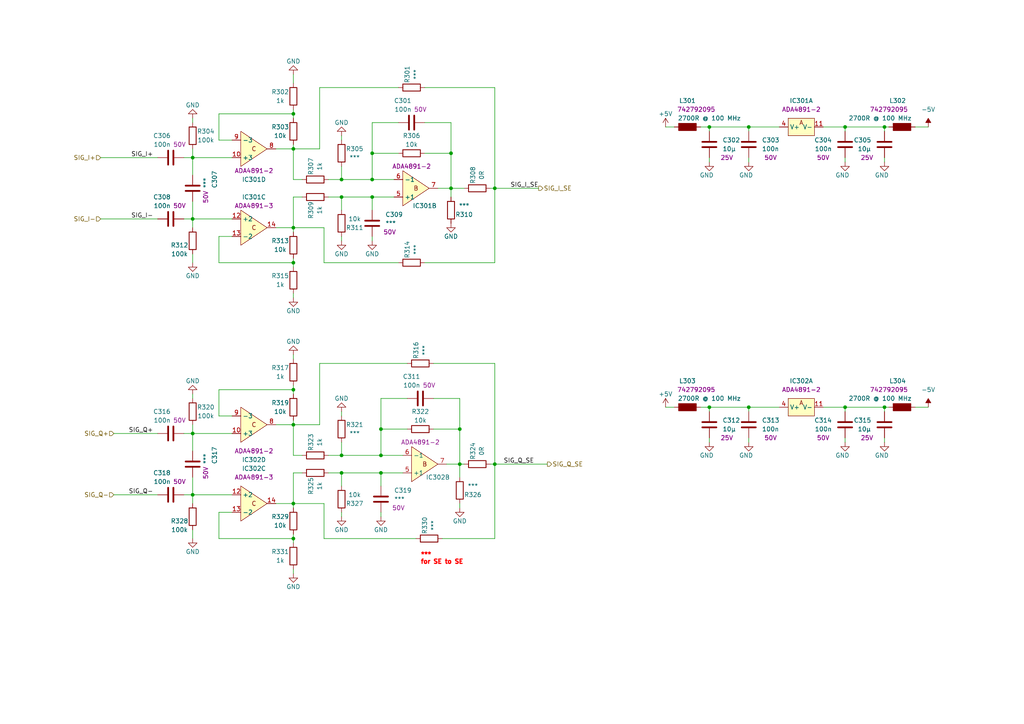
<source format=kicad_sch>
(kicad_sch (version 20231120) (generator "eeschema") (generator_version "8.0")
  (paper "A4")
  (title_block (rev "2") (company "BestSens AG"))
  (lib_symbols
    (symbol "ADA4891-3_1"
      (property "Reference" "IC" (at 0 10.16 0))
      (property "Part Number" "ADA4891-3" (at 0 7.62 0))
      (symbol "ADA4891-3_1_1_1"
        (rectangle (start -3.81 2.54) (end 3.81 -2.54) (fill (type background)))
        (text "A" (at 0 1.27 0) (effects (font (size 1.27 1.27))))
        (pin power_in line (at 6.35 0 180) (length 2.54) (name "V-") (number "11"))
        (pin power_in line (at -6.35 0 0) (length 2.54) (name "V+") (number "4"))
      )
      (symbol "ADA4891-3_1_2_1"
        (polyline (pts (xy -3.81 5.08) (xy -3.81 -5.08) (xy 3.81 0) (xy -3.81 5.08)) (fill (type background)))
        (text "B" (at 0 0 0) (effects (font (size 1.27 1.27))))
        (pin passive line (at -6.35 2.54 0) (length 2.54) (name "+1") (number "5"))
        (pin passive line (at -6.35 -2.54 0) (length 2.54) (name "-1") (number "6"))
        (pin passive line (at 6.35 0 180) (length 2.54) (name "") (number "7"))
      )
      (symbol "ADA4891-3_1_3_1"
        (polyline (pts (xy -3.81 5.08) (xy -3.81 -5.08) (xy 3.81 0) (xy -3.81 5.08)) (fill (type background)))
        (text "C" (at 0 0 0) (effects (font (size 1.27 1.27))))
        (pin input line (at -6.35 2.54 0) (length 2.54) (name "+2") (number "12"))
        (pin input line (at -6.35 -2.54 0) (length 2.54) (name "-2") (number "13"))
        (pin output line (at 6.35 0 180) (length 2.54) (name "") (number "14"))
      )
      (symbol "ADA4891-3_1_4_1"
        (polyline (pts (xy -3.81 5.08) (xy -3.81 -5.08) (xy 3.81 0) (xy -3.81 5.08)) (fill (type background)))
        (text "C" (at 0 0 0) (effects (font (size 1.27 1.27))))
        (pin input line (at -6.35 2.54 0) (length 2.54) (name "+3") (number "10"))
        (pin output line (at 6.35 0 180) (length 2.54) (name "") (number "8"))
        (pin input line (at -6.35 -2.54 0) (length 2.54) (name "-3") (number "9"))
      )
    )
    (symbol "ADA4891-3_2"
      (property "Reference" "IC" (at 0 10.16 0))
      (property "Part Number" "ADA4891-3" (at 0 7.62 0))
      (symbol "ADA4891-3_2_1_1"
        (rectangle (start -3.81 2.54) (end 3.81 -2.54) (fill (type background)))
        (text "A" (at 0 1.27 0) (effects (font (size 1.27 1.27))))
        (pin power_in line (at 6.35 0 180) (length 2.54) (name "V-") (number "11"))
        (pin power_in line (at -6.35 0 0) (length 2.54) (name "V+") (number "4"))
      )
      (symbol "ADA4891-3_2_2_1"
        (polyline (pts (xy -3.81 5.08) (xy -3.81 -5.08) (xy 3.81 0) (xy -3.81 5.08)) (fill (type background)))
        (text "B" (at 0 0 0) (effects (font (size 1.27 1.27))))
        (pin passive line (at -6.35 2.54 0) (length 2.54) (name "+1") (number "5"))
        (pin passive line (at -6.35 -2.54 0) (length 2.54) (name "-1") (number "6"))
        (pin passive line (at 6.35 0 180) (length 2.54) (name "") (number "7"))
      )
      (symbol "ADA4891-3_2_3_1"
        (polyline (pts (xy -3.81 5.08) (xy -3.81 -5.08) (xy 3.81 0) (xy -3.81 5.08)) (fill (type background)))
        (text "C" (at 0 0 0) (effects (font (size 1.27 1.27))))
        (pin input line (at -6.35 2.54 0) (length 2.54) (name "+2") (number "12"))
        (pin input line (at -6.35 -2.54 0) (length 2.54) (name "-2") (number "13"))
        (pin output line (at 6.35 0 180) (length 2.54) (name "") (number "14"))
      )
      (symbol "ADA4891-3_2_4_1"
        (polyline (pts (xy -3.81 5.08) (xy -3.81 -5.08) (xy 3.81 0) (xy -3.81 5.08)) (fill (type background)))
        (text "C" (at 0 0 0) (effects (font (size 1.27 1.27))))
        (pin input line (at -6.35 2.54 0) (length 2.54) (name "+3") (number "10"))
        (pin output line (at 6.35 0 180) (length 2.54) (name "") (number "8"))
        (pin input line (at -6.35 -2.54 0) (length 2.54) (name "-3") (number "9"))
      )
    )
    (symbol "BestParts_ICs:ADA4891-3"
      (property "Reference" "IC" (at 0 10.16 0))
      (property "Part Number" "ADA4891-2" (at 0 7.62 0))
      (symbol "ADA4891-3_1_1"
        (rectangle (start -3.81 2.54) (end 3.81 -2.54) (fill (type background)))
        (text "A" (at 0 1.27 0) (effects (font (size 1.27 1.27))))
        (pin power_in line (at 6.35 0 180) (length 2.54) (name "V-") (number "11"))
        (pin power_in line (at -6.35 0 0) (length 2.54) (name "V+") (number "4"))
      )
      (symbol "ADA4891-3_2_1"
        (polyline (pts (xy -3.81 5.08) (xy -3.81 -5.08) (xy 3.81 0) (xy -3.81 5.08)) (fill (type background)))
        (text "B" (at 0 0 0) (effects (font (size 1.27 1.27))))
        (pin passive line (at -6.35 2.54 0) (length 2.54) (name "+1") (number "5"))
        (pin passive line (at -6.35 -2.54 0) (length 2.54) (name "-1") (number "6"))
        (pin passive line (at 6.35 0 180) (length 2.54) (name "") (number "7"))
      )
      (symbol "ADA4891-3_3_1"
        (polyline (pts (xy -3.81 5.08) (xy -3.81 -5.08) (xy 3.81 0) (xy -3.81 5.08)) (fill (type background)))
        (text "C" (at 0 0 0) (effects (font (size 1.27 1.27))))
        (pin input line (at -6.35 2.54 0) (length 2.54) (name "+2") (number "12"))
        (pin output line (at 6.35 0 180) (length 2.54) (name "") (number "14"))
        (pin input line (at -6.35 -2.54 0) (length 2.54) (name "13") (number "6"))
      )
      (symbol "ADA4891-3_4_1"
        (polyline (pts (xy -3.81 5.08) (xy -3.81 -5.08) (xy 3.81 0) (xy -3.81 5.08)) (fill (type background)))
        (text "C" (at 0 0 0) (effects (font (size 1.27 1.27))))
        (pin input line (at -6.35 2.54 0) (length 2.54) (name "+3") (number "10"))
        (pin output line (at 6.35 0 180) (length 2.54) (name "") (number "8"))
        (pin input line (at -6.35 -2.54 0) (length 2.54) (name "-3") (number "9"))
      )
    )
    (symbol "Device:C" (pin_numbers hide) (pin_names (offset 0.254))
      (property "Reference" "C" (at 0.635 2.54 0))
      (property "Value" "C" (at 0.635 -2.54 0))
      (symbol "C_0_1"
        (polyline (pts (xy -2.032 -0.762) (xy 2.032 -0.762)) (stroke (width 0.508)))
        (polyline (pts (xy -2.032 0.762) (xy 2.032 0.762)) (stroke (width 0.508)))
      )
      (symbol "C_1_1"
        (pin passive line (at 0 3.81 270) (length 2.794) (name "~") (number "1"))
        (pin passive line (at 0 -3.81 90) (length 2.794) (name "~") (number "2"))
      )
    )
    (symbol "Device:R" (pin_numbers hide) (pin_names (offset 0))
      (property "Reference" "R" (at 2.032 0 90))
      (property "Value" "R" (at 0 0 90))
      (symbol "R_0_1"
        (rectangle (start -1.016 -2.54) (end 1.016 2.54) (stroke (width 0.254)))
      )
      (symbol "R_1_1"
        (pin passive line (at 0 3.81 270) (length 1.27) (name "~") (number "1"))
        (pin passive line (at 0 -3.81 90) (length 1.27) (name "~") (number "2"))
      )
    )
    (symbol "Ferrit_1" (pin_numbers hide)
      (property "Reference" "L" (at 0 2.54 0))
      (symbol "Ferrit_1_1_1"
        (rectangle (start -2.54 1.016) (end 2.54 -1.016) (stroke (width 0.254)) (fill (type outline)))
        (pin passive line (at -3.81 0 0) (length 1.27) (name "") (number "1"))
        (pin passive line (at 3.81 0 180) (length 1.27) (name "") (number "2"))
      )
    )
    (symbol "power:+5V" (power) (pin_names (offset 0))
      (property "Value" "+5V" (at 0 3.556 0))
      (symbol "+5V_0_1"
        (polyline (pts (xy -0.762 1.27) (xy 0 2.54)))
        (polyline (pts (xy 0 0) (xy 0 2.54)))
        (polyline (pts (xy 0 2.54) (xy 0.762 1.27)))
      )
      (symbol "+5V_1_1"
        (pin power_in line (at 0 0 90) (length 0) hide (name "+5V") (number "1"))
      )
    )
    (symbol "power:-5V" (power) (pin_names (offset 0))
      (property "Value" "-5V" (at 0 3.81 0))
      (symbol "-5V_0_0"
        (pin power_in line (at 0 0 90) (length 0) hide (name "-5V") (number "1"))
      )
      (symbol "-5V_0_1"
        (polyline (pts (xy 0 0) (xy 0 1.27) (xy 0.762 1.27) (xy 0 2.54) (xy -0.762 1.27) (xy 0 1.27)) (fill (type outline)))
      )
    )
    (symbol "power:GND" (power) (pin_names (offset 0))
      (property "Value" "GND" (at 0 -3.81 0))
      (symbol "GND_0_1"
        (polyline (pts (xy 0 0) (xy 0 -1.27) (xy 1.27 -1.27) (xy 0 -2.54) (xy -1.27 -1.27) (xy 0 -1.27)))
      )
      (symbol "GND_1_1"
        (pin power_in line (at 0 0 270) (length 0) hide (name "GND") (number "1"))
      )
    )
  )
  (junction (at 99.06 132.08))
  (junction (at 143.51 134.62))
  (junction (at 107.95 57.15))
  (junction (at 107.95 44.45))
  (junction (at 110.49 124.46))
  (junction (at 99.06 57.15))
  (junction (at 85.09 66.04))
  (junction (at 133.35 124.46))
  (junction (at 85.09 43.18))
  (junction (at 107.95 52.07))
  (junction (at 130.81 44.45))
  (junction (at 256.54 36.83))
  (junction (at 205.74 118.11))
  (junction (at 85.09 123.19))
  (junction (at 217.17 36.83))
  (junction (at 245.11 36.83))
  (junction (at 143.51 54.61))
  (junction (at 256.54 118.11))
  (junction (at 99.06 137.16))
  (junction (at 55.88 143.51))
  (junction (at 245.11 118.11))
  (junction (at 55.88 45.72))
  (junction (at 99.06 52.07))
  (junction (at 133.35 134.62))
  (junction (at 85.09 146.05))
  (junction (at 85.09 76.2))
  (junction (at 217.17 118.11))
  (junction (at 55.88 125.73))
  (junction (at 85.09 113.03))
  (junction (at 85.09 33.02))
  (junction (at 85.09 156.21))
  (junction (at 130.81 54.61))
  (junction (at 205.74 36.83))
  (junction (at 110.49 132.08))
  (junction (at 55.88 63.5))
  (junction (at 110.49 137.16))
  (wire (pts (xy 63.5 33.02) (xy 63.5 40.64)))
  (wire (pts (xy 107.95 44.45) (xy 107.95 52.07)))
  (wire (pts (xy 85.09 154.94) (xy 85.09 156.21)))
  (wire (pts (xy 85.09 165.1) (xy 85.09 166.37)))
  (wire (pts (xy 217.17 128.27) (xy 217.17 127)))
  (wire (pts (xy 123.19 35.56) (xy 130.81 35.56)))
  (wire (pts (xy 110.49 115.57) (xy 110.49 124.46)))
  (wire (pts (xy 85.09 43.18) (xy 85.09 52.07)))
  (wire (pts (xy 63.5 76.2) (xy 85.09 76.2)))
  (wire (pts (xy 80.01 146.05) (xy 85.09 146.05)))
  (wire (pts (xy 95.25 57.15) (xy 99.06 57.15)))
  (wire (pts (xy 80.01 66.04) (xy 85.09 66.04)))
  (wire (pts (xy 55.88 43.18) (xy 55.88 45.72)))
  (wire (pts (xy 85.09 113.03) (xy 85.09 114.3)))
  (wire (pts (xy 133.35 134.62) (xy 134.62 134.62)))
  (wire (pts (xy 133.35 124.46) (xy 133.35 134.62)))
  (wire (pts (xy 265.43 118.11) (xy 269.24 118.11)))
  (wire (pts (xy 217.17 118.11) (xy 226.06 118.11)))
  (wire (pts (xy 80.01 123.19) (xy 85.09 123.19)))
  (wire (pts (xy 63.5 156.21) (xy 85.09 156.21)))
  (wire (pts (xy 245.11 36.83) (xy 245.11 38.1)))
  (wire (pts (xy 55.88 143.51) (xy 55.88 146.05)))
  (wire (pts (xy 55.88 45.72) (xy 67.31 45.72)))
  (wire (pts (xy 143.51 54.61) (xy 156.21 54.61)))
  (wire (pts (xy 55.88 45.72) (xy 55.88 50.8)))
  (wire (pts (xy 29.21 45.72) (xy 45.72 45.72)))
  (wire (pts (xy 63.5 148.59) (xy 67.31 148.59)))
  (wire (pts (xy 99.06 39.37) (xy 99.06 40.64)))
  (wire (pts (xy 107.95 52.07) (xy 114.3 52.07)))
  (wire (pts (xy 205.74 36.83) (xy 217.17 36.83)))
  (wire (pts (xy 95.25 137.16) (xy 99.06 137.16)))
  (wire (pts (xy 85.09 74.93) (xy 85.09 76.2)))
  (wire (pts (xy 130.81 54.61) (xy 130.81 57.15)))
  (wire (pts (xy 110.49 124.46) (xy 110.49 132.08)))
  (wire (pts (xy 85.09 57.15) (xy 85.09 66.04)))
  (wire (pts (xy 193.04 36.83) (xy 195.58 36.83)))
  (wire (pts (xy 55.88 114.3) (xy 55.88 115.57)))
  (wire (pts (xy 85.09 41.91) (xy 85.09 43.18)))
  (wire (pts (xy 129.54 134.62) (xy 133.35 134.62)))
  (wire (pts (xy 217.17 118.11) (xy 217.17 119.38)))
  (wire (pts (xy 55.88 63.5) (xy 67.31 63.5)))
  (wire (pts (xy 63.5 148.59) (xy 63.5 156.21)))
  (wire (pts (xy 63.5 40.64) (xy 67.31 40.64)))
  (wire (pts (xy 123.19 44.45) (xy 130.81 44.45)))
  (wire (pts (xy 93.98 156.21) (xy 120.65 156.21)))
  (wire (pts (xy 53.34 45.72) (xy 55.88 45.72)))
  (wire (pts (xy 143.51 54.61) (xy 143.51 76.2)))
  (wire (pts (xy 92.71 25.4) (xy 115.57 25.4)))
  (wire (pts (xy 256.54 128.27) (xy 256.54 127)))
  (wire (pts (xy 245.11 118.11) (xy 245.11 119.38)))
  (wire (pts (xy 95.25 132.08) (xy 99.06 132.08)))
  (wire (pts (xy 85.09 121.92) (xy 85.09 123.19)))
  (wire (pts (xy 55.88 153.67) (xy 55.88 156.21)))
  (wire (pts (xy 130.81 44.45) (xy 130.81 54.61)))
  (wire (pts (xy 53.34 125.73) (xy 55.88 125.73)))
  (wire (pts (xy 99.06 48.26) (xy 99.06 52.07)))
  (wire (pts (xy 205.74 118.11) (xy 217.17 118.11)))
  (wire (pts (xy 53.34 63.5) (xy 55.88 63.5)))
  (wire (pts (xy 93.98 146.05) (xy 93.98 156.21)))
  (wire (pts (xy 130.81 35.56) (xy 130.81 44.45)))
  (wire (pts (xy 127 54.61) (xy 130.81 54.61)))
  (wire (pts (xy 123.19 25.4) (xy 143.51 25.4)))
  (wire (pts (xy 99.06 68.58) (xy 99.06 69.85)))
  (wire (pts (xy 245.11 118.11) (xy 256.54 118.11)))
  (wire (pts (xy 110.49 137.16) (xy 110.49 140.97)))
  (wire (pts (xy 203.2 118.11) (xy 205.74 118.11)))
  (wire (pts (xy 85.09 146.05) (xy 93.98 146.05)))
  (wire (pts (xy 256.54 46.99) (xy 256.54 45.72)))
  (wire (pts (xy 238.76 118.11) (xy 245.11 118.11)))
  (wire (pts (xy 107.95 35.56) (xy 107.95 44.45)))
  (wire (pts (xy 33.02 143.51) (xy 45.72 143.51)))
  (wire (pts (xy 99.06 52.07) (xy 107.95 52.07)))
  (wire (pts (xy 107.95 57.15) (xy 107.95 60.96)))
  (wire (pts (xy 203.2 36.83) (xy 205.74 36.83)))
  (wire (pts (xy 55.88 125.73) (xy 55.88 130.81)))
  (wire (pts (xy 110.49 132.08) (xy 116.84 132.08)))
  (wire (pts (xy 85.09 57.15) (xy 87.63 57.15)))
  (wire (pts (xy 99.06 137.16) (xy 110.49 137.16)))
  (wire (pts (xy 133.35 134.62) (xy 133.35 138.43)))
  (wire (pts (xy 143.51 134.62) (xy 158.75 134.62)))
  (wire (pts (xy 123.19 76.2) (xy 143.51 76.2)))
  (wire (pts (xy 107.95 44.45) (xy 115.57 44.45)))
  (wire (pts (xy 110.49 148.59) (xy 110.49 149.86)))
  (wire (pts (xy 265.43 36.83) (xy 269.24 36.83)))
  (wire (pts (xy 85.09 132.08) (xy 87.63 132.08)))
  (wire (pts (xy 55.88 63.5) (xy 55.88 66.04)))
  (wire (pts (xy 99.06 132.08) (xy 110.49 132.08)))
  (wire (pts (xy 92.71 105.41) (xy 118.11 105.41)))
  (wire (pts (xy 55.88 73.66) (xy 55.88 76.2)))
  (wire (pts (xy 99.06 57.15) (xy 99.06 60.96)))
  (wire (pts (xy 217.17 36.83) (xy 217.17 38.1)))
  (wire (pts (xy 99.06 148.59) (xy 99.06 149.86)))
  (wire (pts (xy 125.73 105.41) (xy 143.51 105.41)))
  (wire (pts (xy 205.74 128.27) (xy 205.74 127)))
  (wire (pts (xy 99.06 119.38) (xy 99.06 120.65)))
  (wire (pts (xy 63.5 68.58) (xy 67.31 68.58)))
  (wire (pts (xy 99.06 57.15) (xy 107.95 57.15)))
  (wire (pts (xy 55.88 138.43) (xy 55.88 143.51)))
  (wire (pts (xy 99.06 137.16) (xy 99.06 140.97)))
  (wire (pts (xy 143.51 25.4) (xy 143.51 54.61)))
  (wire (pts (xy 55.88 143.51) (xy 67.31 143.51)))
  (wire (pts (xy 217.17 46.99) (xy 217.17 45.72)))
  (wire (pts (xy 85.09 123.19) (xy 85.09 132.08)))
  (wire (pts (xy 85.09 85.09) (xy 85.09 86.36)))
  (wire (pts (xy 85.09 31.75) (xy 85.09 33.02)))
  (wire (pts (xy 55.88 58.42) (xy 55.88 63.5)))
  (wire (pts (xy 110.49 137.16) (xy 116.84 137.16)))
  (wire (pts (xy 63.5 113.03) (xy 63.5 120.65)))
  (wire (pts (xy 85.09 123.19) (xy 92.71 123.19)))
  (wire (pts (xy 142.24 54.61) (xy 143.51 54.61)))
  (wire (pts (xy 107.95 57.15) (xy 114.3 57.15)))
  (wire (pts (xy 93.98 76.2) (xy 115.57 76.2)))
  (wire (pts (xy 85.09 156.21) (xy 85.09 157.48)))
  (wire (pts (xy 85.09 66.04) (xy 85.09 67.31)))
  (wire (pts (xy 205.74 118.11) (xy 205.74 119.38)))
  (wire (pts (xy 193.04 118.11) (xy 195.58 118.11)))
  (wire (pts (xy 63.5 68.58) (xy 63.5 76.2)))
  (wire (pts (xy 238.76 36.83) (xy 245.11 36.83)))
  (wire (pts (xy 143.51 134.62) (xy 143.51 156.21)))
  (wire (pts (xy 256.54 36.83) (xy 257.81 36.83)))
  (wire (pts (xy 130.81 54.61) (xy 134.62 54.61)))
  (wire (pts (xy 125.73 115.57) (xy 133.35 115.57)))
  (wire (pts (xy 55.88 123.19) (xy 55.88 125.73)))
  (wire (pts (xy 63.5 120.65) (xy 67.31 120.65)))
  (wire (pts (xy 256.54 118.11) (xy 257.81 118.11)))
  (wire (pts (xy 92.71 105.41) (xy 92.71 123.19)))
  (wire (pts (xy 53.34 143.51) (xy 55.88 143.51)))
  (wire (pts (xy 110.49 124.46) (xy 118.11 124.46)))
  (wire (pts (xy 85.09 137.16) (xy 87.63 137.16)))
  (wire (pts (xy 55.88 34.29) (xy 55.88 35.56)))
  (wire (pts (xy 85.09 66.04) (xy 93.98 66.04)))
  (wire (pts (xy 256.54 118.11) (xy 256.54 119.38)))
  (wire (pts (xy 55.88 125.73) (xy 67.31 125.73)))
  (wire (pts (xy 85.09 111.76) (xy 85.09 113.03)))
  (wire (pts (xy 125.73 124.46) (xy 133.35 124.46)))
  (wire (pts (xy 85.09 43.18) (xy 92.71 43.18)))
  (wire (pts (xy 133.35 115.57) (xy 133.35 124.46)))
  (wire (pts (xy 99.06 128.27) (xy 99.06 132.08)))
  (wire (pts (xy 143.51 105.41) (xy 143.51 134.62)))
  (wire (pts (xy 85.09 52.07) (xy 87.63 52.07)))
  (wire (pts (xy 107.95 68.58) (xy 107.95 69.85)))
  (wire (pts (xy 63.5 33.02) (xy 85.09 33.02)))
  (wire (pts (xy 128.27 156.21) (xy 143.51 156.21)))
  (wire (pts (xy 93.98 66.04) (xy 93.98 76.2)))
  (wire (pts (xy 110.49 115.57) (xy 118.11 115.57)))
  (wire (pts (xy 85.09 76.2) (xy 85.09 77.47)))
  (wire (pts (xy 205.74 36.83) (xy 205.74 38.1)))
  (wire (pts (xy 63.5 113.03) (xy 85.09 113.03)))
  (wire (pts (xy 245.11 36.83) (xy 256.54 36.83)))
  (wire (pts (xy 85.09 146.05) (xy 85.09 147.32)))
  (wire (pts (xy 256.54 36.83) (xy 256.54 38.1)))
  (wire (pts (xy 245.11 46.99) (xy 245.11 45.72)))
  (wire (pts (xy 85.09 137.16) (xy 85.09 146.05)))
  (wire (pts (xy 95.25 52.07) (xy 99.06 52.07)))
  (wire (pts (xy 85.09 21.59) (xy 85.09 24.13)))
  (wire (pts (xy 107.95 35.56) (xy 115.57 35.56)))
  (wire (pts (xy 92.71 25.4) (xy 92.71 43.18)))
  (wire (pts (xy 133.35 146.05) (xy 133.35 147.32)))
  (wire (pts (xy 217.17 36.83) (xy 226.06 36.83)))
  (wire (pts (xy 85.09 102.87) (xy 85.09 104.14)))
  (wire (pts (xy 29.21 63.5) (xy 45.72 63.5)))
  (wire (pts (xy 142.24 134.62) (xy 143.51 134.62)))
  (wire (pts (xy 33.02 125.73) (xy 45.72 125.73)))
  (wire (pts (xy 205.74 46.99) (xy 205.74 45.72)))
  (wire (pts (xy 80.01 43.18) (xy 85.09 43.18)))
  (wire (pts (xy 245.11 128.27) (xy 245.11 127)))
  (wire (pts (xy 85.09 33.02) (xy 85.09 34.29)))
  (text "***\nfor SE to SE" (at 121.92 163.83 0) (effects (font (size 1.27 1.27) (thickness 0.4) (bold yes)) (justify left bottom)))
  (label "SIG_I_SE" (at 156.21 54.61 180))
  (label "SIG_I+" (at 44.45 45.72 180))
  (label "SIG_I-" (at 44.45 63.5 180))
  (label "SIG_Q+" (at 44.45 125.73 180))
  (label "SIG_Q-" (at 44.45 143.51 180))
  (label "SIG_Q_SE" (at 154.94 134.62 180))
  (hierarchical_label "SIG_Q-" (shape input) (at 33.02 143.51 180))
  (hierarchical_label "SIG_I_SE" (shape output) (at 156.21 54.61 0))
  (hierarchical_label "SIG_I+" (shape input) (at 29.21 45.72 180))
  (hierarchical_label "SIG_Q_SE" (shape output) (at 158.75 134.62 0))
  (hierarchical_label "SIG_I-" (shape input) (at 29.21 63.5 180))
  (hierarchical_label "SIG_Q+" (shape input) (at 33.02 125.73 180))
  (symbol (lib_name "ADA4891-3_1") (lib_id "BestParts_ICs:ADA4891-3") (at 73.66 66.04 0) (unit 3)
    (property "Reference" "IC301" (at 73.66 57.15 0))
    (property "Value" "ADA4891-3" (effects (hide yes)))
    (property "Footprint" "BestParts_ICs:ADA4891-4 - SOIC-14" (effects (hide yes)))
    (property "Part Number" "ADA4891-3" (at 73.66 59.69 0))
    (property "Manufacturer" "Analog Devices" (effects (hide yes)))
  )
  (symbol (lib_name "Ferrit_1") (lib_id "BestParts_Inductors:Ferrit") (at 199.39 36.83 0) (unit 1)
    (property "Reference" "L301" (at 199.39 29.21 0))
    (property "Value" "2700R @ 100 MHz" (at 205.74 34.29 0))
    (property "Footprint" "BestParts_Resistors:R_0805" (effects (hide yes)))
    (property "Part Number" "742792095" (at 201.93 31.75 0))
  )
  (symbol (lib_id "power:GND") (at 85.09 21.59 180) (unit 1)
    (property "Reference" "#PWR0301" (effects (hide yes)))
    (property "Value" "GND" (at 85.09 17.78 0))
  )
  (symbol (lib_id "Device:R") (at 99.06 124.46 0) (mirror x) (unit 1)
    (property "Reference" "R321" (at 102.87 123.19 0))
    (property "Value" "***" (at 102.87 125.73 0))
    (property "Footprint" "BestParts_Resistors:R_0603" (effects (hide yes)))
    (property "Part Number" "Generic" (effects (hide yes)))
  )
  (symbol (lib_name "ADA4891-3_2") (lib_id "BestParts_ICs:ADA4891-3") (at 73.66 146.05 0) (unit 3)
    (property "Reference" "IC302" (at 73.66 135.89 0))
    (property "Value" "ADA4891-3" (effects (hide yes)))
    (property "Footprint" "BestParts_ICs:ADA4891-4 - SOIC-14" (effects (hide yes)))
    (property "Part Number" "ADA4891-3" (at 73.66 138.43 0))
    (property "Manufacturer" "Analog Devices" (effects (hide yes)))
  )
  (symbol (lib_id "power:GND") (at 205.74 46.99 0) (unit 1)
    (property "Reference" "#PWR0306" (effects (hide yes)))
    (property "Value" "GND" (at 207.01 50.8 0) (effects (justify right)))
  )
  (symbol (lib_id "Device:C") (at 110.49 144.78 0) (mirror x) (unit 1)
    (property "Reference" "C319" (at 114.3 142.24 0) (effects (justify left)))
    (property "Value" "***" (at 114.3 144.78 0) (effects (justify left)))
    (property "Footprint" "BestParts_Caps:C_0603" (effects (hide yes)))
    (property "Voltage" "50V" (at 115.57 147.32 0))
  )
  (symbol (lib_id "power:GND") (at 99.06 149.86 0) (unit 1)
    (property "Reference" "#PWR0325" (effects (hide yes)))
    (property "Value" "GND" (at 99.06 153.67 0))
  )
  (symbol (lib_id "Device:C") (at 205.74 123.19 0) (unit 1)
    (property "Reference" "C312" (at 209.55 121.92 0) (effects (justify left)))
    (property "Value" "10µ" (at 209.55 124.46 0) (effects (justify left)))
    (property "Footprint" "BestParts_Caps:C_0603" (effects (hide yes)))
    (property "Voltage" "25V" (at 210.82 127 0))
  )
  (symbol (lib_id "Device:C") (at 49.53 63.5 90) (unit 1)
    (property "Reference" "C308" (at 49.53 57.15 90) (effects (justify left)))
    (property "Value" "100n" (at 49.53 59.69 90) (effects (justify left)))
    (property "Footprint" "BestParts_Caps:C_0603" (effects (hide yes)))
    (property "Voltage" "50V" (at 52.07 59.69 90))
  )
  (symbol (lib_id "Device:R") (at 91.44 137.16 270) (unit 1)
    (property "Reference" "R325" (at 90.17 140.97 0))
    (property "Value" "1k" (at 92.71 140.97 0))
    (property "Footprint" "BestParts_Resistors:R_0603" (effects (hide yes)))
    (property "Part Number" "Generic" (effects (hide yes)))
  )
  (symbol (lib_id "Device:R") (at 121.92 105.41 270) (mirror x) (unit 1)
    (property "Reference" "R316" (at 120.65 101.6 0))
    (property "Value" "***" (at 123.19 101.6 0))
    (property "Footprint" "BestParts_Resistors:R_0603" (effects (hide yes)))
    (property "Part Number" "Generic" (effects (hide yes)))
  )
  (symbol (lib_id "power:GND") (at 256.54 128.27 0) (unit 1)
    (property "Reference" "#PWR0323" (effects (hide yes)))
    (property "Value" "GND" (at 257.81 132.08 0) (effects (justify right)))
  )
  (symbol (lib_id "power:GND") (at 130.81 64.77 0) (unit 1)
    (property "Reference" "#PWR0310" (effects (hide yes)))
    (property "Value" "GND" (at 130.81 68.58 0))
  )
  (symbol (lib_id "Device:R") (at 55.88 149.86 180) (unit 1)
    (property "Reference" "R328" (at 52.07 151.13 0))
    (property "Value" "100k" (at 52.07 153.67 0))
    (property "Footprint" "BestParts_Resistors:R_0603" (effects (hide yes)))
    (property "Part Number" "Generic" (effects (hide yes)))
  )
  (symbol (lib_id "Device:C") (at 119.38 35.56 90) (unit 1)
    (property "Reference" "C301" (at 119.38 29.21 90) (effects (justify left)))
    (property "Value" "100n" (at 119.38 31.75 90) (effects (justify left)))
    (property "Footprint" "BestParts_Caps:C_0603" (effects (hide yes)))
    (property "Voltage" "50V" (at 121.92 31.75 90))
  )
  (symbol (lib_id "Device:R") (at 91.44 132.08 270) (mirror x) (unit 1)
    (property "Reference" "R323" (at 90.17 128.27 0))
    (property "Value" "1k" (at 92.71 128.27 0))
    (property "Footprint" "BestParts_Resistors:R_0603" (effects (hide yes)))
    (property "Part Number" "Generic" (effects (hide yes)))
  )
  (symbol (lib_id "power:GND") (at 55.88 114.3 180) (unit 1)
    (property "Reference" "#PWR0316" (effects (hide yes)))
    (property "Value" "GND" (at 55.88 110.49 0))
  )
  (symbol (lib_id "Device:R") (at 99.06 44.45 0) (mirror x) (unit 1)
    (property "Reference" "R305" (at 102.87 43.18 0))
    (property "Value" "***" (at 102.87 45.72 0))
    (property "Footprint" "BestParts_Resistors:R_0603" (effects (hide yes)))
    (property "Part Number" "Generic" (effects (hide yes)))
  )
  (symbol (lib_id "Device:R") (at 85.09 71.12 180) (unit 1)
    (property "Reference" "R313" (at 81.28 69.85 0))
    (property "Value" "10k" (at 81.28 72.39 0))
    (property "Footprint" "BestParts_Resistors:R_0603" (effects (hide yes)))
    (property "Part Number" "Generic" (effects (hide yes)))
  )
  (symbol (lib_id "Device:R") (at 55.88 119.38 0) (mirror x) (unit 1)
    (property "Reference" "R320" (at 59.69 118.11 0))
    (property "Value" "100k" (at 59.69 120.65 0))
    (property "Footprint" "BestParts_Resistors:R_0603" (effects (hide yes)))
    (property "Part Number" "Generic" (effects (hide yes)))
  )
  (symbol (lib_id "Device:R") (at 85.09 81.28 180) (unit 1)
    (property "Reference" "R315" (at 81.28 80.01 0))
    (property "Value" "1k" (at 81.28 82.55 0))
    (property "Footprint" "BestParts_Resistors:R_0603" (effects (hide yes)))
    (property "Part Number" "Generic" (effects (hide yes)))
  )
  (symbol (lib_id "Device:R") (at 124.46 156.21 270) (mirror x) (unit 1)
    (property "Reference" "R330" (at 123.19 152.4 0))
    (property "Value" "***" (at 125.73 152.4 0))
    (property "Footprint" "BestParts_Resistors:R_0603" (effects (hide yes)))
    (property "Part Number" "Generic" (effects (hide yes)))
  )
  (symbol (lib_id "Device:C") (at 205.74 41.91 0) (unit 1)
    (property "Reference" "C302" (at 209.55 40.64 0) (effects (justify left)))
    (property "Value" "10µ" (at 209.55 43.18 0) (effects (justify left)))
    (property "Footprint" "BestParts_Caps:C_0603" (effects (hide yes)))
    (property "Voltage" "25V" (at 210.82 45.72 0))
  )
  (symbol (lib_id "Device:R") (at 91.44 57.15 270) (unit 1)
    (property "Reference" "R309" (at 90.17 60.96 0))
    (property "Value" "1k" (at 92.71 60.96 0))
    (property "Footprint" "BestParts_Resistors:R_0603" (effects (hide yes)))
    (property "Part Number" "Generic" (effects (hide yes)))
  )
  (symbol (lib_id "power:GND") (at 55.88 76.2 0) (unit 1)
    (property "Reference" "#PWR0313" (effects (hide yes)))
    (property "Value" "GND" (at 55.88 80.01 0))
  )
  (symbol (lib_id "Device:R") (at 133.35 142.24 0) (unit 1)
    (property "Reference" "R326" (at 137.16 143.51 0))
    (property "Value" "***" (at 137.16 140.97 0))
    (property "Footprint" "BestParts_Resistors:R_0603" (effects (hide yes)))
    (property "Part Number" "Generic" (effects (hide yes)))
  )
  (symbol (lib_id "Device:C") (at 256.54 123.19 0) (mirror y) (unit 1)
    (property "Reference" "C315" (at 252.73 121.92 0) (effects (justify left)))
    (property "Value" "10µ" (at 252.73 124.46 0) (effects (justify left)))
    (property "Footprint" "BestParts_Caps:C_0603" (effects (hide yes)))
    (property "Voltage" "25V" (at 251.46 127 0))
  )
  (symbol (lib_id "Device:C") (at 49.53 143.51 90) (unit 1)
    (property "Reference" "C318" (at 49.53 137.16 90) (effects (justify left)))
    (property "Value" "100n" (at 49.53 139.7 90) (effects (justify left)))
    (property "Footprint" "BestParts_Caps:C_0603" (effects (hide yes)))
    (property "Voltage" "50V" (at 52.07 139.7 90))
  )
  (symbol (lib_id "power:GND") (at 85.09 86.36 0) (unit 1)
    (property "Reference" "#PWR0314" (effects (hide yes)))
    (property "Value" "GND" (at 85.09 90.17 0))
  )
  (symbol (lib_id "BestParts_ICs:ADA4891-3") (at 232.41 36.83 0) (unit 1)
    (property "Reference" "IC301" (at 232.41 29.21 0))
    (property "Value" "ADA4891-3" (effects (hide yes)))
    (property "Footprint" "BestParts_ICs:ADA4891-4 - SOIC-14" (effects (hide yes)))
    (property "Part Number" "ADA4891-2" (at 232.41 31.75 0))
    (property "Manufacturer" "Analog Devices" (effects (hide yes)))
  )
  (symbol (lib_id "power:GND") (at 217.17 46.99 0) (unit 1)
    (property "Reference" "#PWR0307" (effects (hide yes)))
    (property "Value" "GND" (at 218.44 50.8 0) (effects (justify right)))
  )
  (symbol (lib_id "Device:C") (at 217.17 123.19 0) (unit 1)
    (property "Reference" "C313" (at 220.98 121.92 0) (effects (justify left)))
    (property "Value" "100n" (at 220.98 124.46 0) (effects (justify left)))
    (property "Footprint" "BestParts_Caps:C_0603" (effects (hide yes)))
    (property "Voltage" "50V" (at 223.52 127 0))
  )
  (symbol (lib_id "Device:R") (at 85.09 38.1 180) (unit 1)
    (property "Reference" "R303" (at 81.28 36.83 0))
    (property "Value" "10k" (at 81.28 39.37 0))
    (property "Footprint" "BestParts_Resistors:R_0603" (effects (hide yes)))
    (property "Part Number" "Generic" (effects (hide yes)))
  )
  (symbol (lib_id "Device:R") (at 138.43 54.61 270) (mirror x) (unit 1)
    (property "Reference" "R308" (at 137.16 50.8 0))
    (property "Value" "0R" (at 139.7 50.8 0))
    (property "Footprint" "BestParts_Resistors:R_0603" (effects (hide yes)))
    (property "Part Number" "Generic" (effects (hide yes)))
  )
  (symbol (lib_id "Device:R") (at 85.09 27.94 180) (unit 1)
    (property "Reference" "R302" (at 81.28 26.67 0))
    (property "Value" "1k" (at 81.28 29.21 0))
    (property "Footprint" "BestParts_Resistors:R_0603" (effects (hide yes)))
    (property "Part Number" "Generic" (effects (hide yes)))
  )
  (symbol (lib_id "BestParts_ICs:ADA4891-3") (at 123.19 134.62 0) (mirror x) (unit 2)
    (property "Reference" "IC302" (at 127 138.43 0))
    (property "Value" "ADA4891-3" (effects (hide yes)))
    (property "Footprint" "BestParts_ICs:ADA4891-4 - SOIC-14" (effects (hide yes)))
    (property "Part Number" "ADA4891-2" (at 121.92 128.27 0))
    (property "Manufacturer" "Analog Devices" (effects (hide yes)))
  )
  (symbol (lib_id "Device:C") (at 49.53 125.73 90) (unit 1)
    (property "Reference" "C316" (at 49.53 119.38 90) (effects (justify left)))
    (property "Value" "100n" (at 49.53 121.92 90) (effects (justify left)))
    (property "Footprint" "BestParts_Caps:C_0603" (effects (hide yes)))
    (property "Voltage" "50V" (at 52.07 121.92 90))
  )
  (symbol (lib_id "power:GND") (at 245.11 128.27 0) (unit 1)
    (property "Reference" "#PWR0322" (effects (hide yes)))
    (property "Value" "GND" (at 246.38 132.08 0) (effects (justify right)))
  )
  (symbol (lib_id "Device:R") (at 121.92 124.46 90) (unit 1)
    (property "Reference" "R322" (at 121.92 119.38 90))
    (property "Value" "10k" (at 121.92 121.92 90))
    (property "Footprint" "BestParts_Resistors:R_0603" (effects (hide yes)))
    (property "Part Number" "Generic" (effects (hide yes)))
  )
  (symbol (lib_id "Device:R") (at 119.38 76.2 270) (mirror x) (unit 1)
    (property "Reference" "R314" (at 118.11 72.39 0))
    (property "Value" "***" (at 120.65 72.39 0))
    (property "Footprint" "BestParts_Resistors:R_0603" (effects (hide yes)))
    (property "Part Number" "Generic" (effects (hide yes)))
  )
  (symbol (lib_id "power:GND") (at 256.54 46.99 0) (unit 1)
    (property "Reference" "#PWR0309" (effects (hide yes)))
    (property "Value" "GND" (at 257.81 50.8 0) (effects (justify right)))
  )
  (symbol (lib_name "Ferrit_1") (lib_id "BestParts_Inductors:Ferrit") (at 261.62 36.83 0) (unit 1)
    (property "Reference" "L302" (at 260.35 29.21 0))
    (property "Value" "2700R @ 100 MHz" (at 255.27 34.29 0))
    (property "Footprint" "BestParts_Resistors:R_0805" (effects (hide yes)))
    (property "Part Number" "742792095" (at 257.81 31.75 0))
  )
  (symbol (lib_id "Device:C") (at 217.17 41.91 0) (unit 1)
    (property "Reference" "C303" (at 220.98 40.64 0) (effects (justify left)))
    (property "Value" "100n" (at 220.98 43.18 0) (effects (justify left)))
    (property "Footprint" "BestParts_Caps:C_0603" (effects (hide yes)))
    (property "Voltage" "50V" (at 223.52 45.72 0))
  )
  (symbol (lib_id "power:GND") (at 55.88 34.29 180) (unit 1)
    (property "Reference" "#PWR0302" (effects (hide yes)))
    (property "Value" "GND" (at 55.88 30.48 0))
  )
  (symbol (lib_id "Device:C") (at 107.95 64.77 0) (mirror x) (unit 1)
    (property "Reference" "C309" (at 111.76 62.23 0) (effects (justify left)))
    (property "Value" "***" (at 111.76 64.77 0) (effects (justify left)))
    (property "Footprint" "BestParts_Caps:C_0603" (effects (hide yes)))
    (property "Voltage" "50V" (at 113.03 67.31 0))
  )
  (symbol (lib_id "power:GND") (at 85.09 102.87 180) (unit 1)
    (property "Reference" "#PWR0315" (effects (hide yes)))
    (property "Value" "GND" (at 85.09 99.06 0))
  )
  (symbol (lib_id "power:GND") (at 217.17 128.27 0) (unit 1)
    (property "Reference" "#PWR0321" (effects (hide yes)))
    (property "Value" "GND" (at 218.44 132.08 0) (effects (justify right)))
  )
  (symbol (lib_id "Device:R") (at 130.81 60.96 0) (unit 1)
    (property "Reference" "R310" (at 134.62 62.23 0))
    (property "Value" "***" (at 134.62 59.69 0))
    (property "Footprint" "BestParts_Resistors:R_0603" (effects (hide yes)))
    (property "Part Number" "Generic" (effects (hide yes)))
  )
  (symbol (lib_id "power:GND") (at 110.49 149.86 0) (unit 1)
    (property "Reference" "#PWR0326" (effects (hide yes)))
    (property "Value" "GND" (at 110.49 153.67 0))
  )
  (symbol (lib_id "power:GND") (at 205.74 128.27 0) (unit 1)
    (property "Reference" "#PWR0320" (effects (hide yes)))
    (property "Value" "GND" (at 207.01 132.08 0) (effects (justify right)))
  )
  (symbol (lib_id "power:-5V") (at 269.24 118.11 0) (unit 1)
    (property "Reference" "#PWR0318" (effects (hide yes)))
    (property "Value" "-5V" (at 269.24 113.03 0))
  )
  (symbol (lib_id "BestParts_ICs:ADA4891-3") (at 232.41 118.11 0) (unit 1)
    (property "Reference" "IC302" (at 232.41 110.49 0))
    (property "Value" "ADA4891-3" (effects (hide yes)))
    (property "Footprint" "BestParts_ICs:ADA4891-4 - SOIC-14" (effects (hide yes)))
    (property "Part Number" "ADA4891-2" (at 232.41 113.03 0))
    (property "Manufacturer" "Analog Devices" (effects (hide yes)))
  )
  (symbol (lib_id "power:GND") (at 85.09 166.37 0) (unit 1)
    (property "Reference" "#PWR0328" (effects (hide yes)))
    (property "Value" "GND" (at 85.09 170.18 0))
  )
  (symbol (lib_id "power:+5V") (at 193.04 118.11 0) (unit 1)
    (property "Reference" "#PWR0317" (effects (hide yes)))
    (property "Value" "+5V" (at 193.04 114.3 0))
  )
  (symbol (lib_id "Device:R") (at 99.06 64.77 0) (unit 1)
    (property "Reference" "R311" (at 102.87 66.04 0))
    (property "Value" "10k" (at 102.87 63.5 0))
    (property "Footprint" "BestParts_Resistors:R_0603" (effects (hide yes)))
    (property "Part Number" "Generic" (effects (hide yes)))
  )
  (symbol (lib_id "power:GND") (at 107.95 69.85 0) (unit 1)
    (property "Reference" "#PWR0312" (effects (hide yes)))
    (property "Value" "GND" (at 107.95 73.66 0))
  )
  (symbol (lib_id "BestParts_ICs:ADA4891-3") (at 120.65 54.61 0) (mirror x) (unit 2)
    (property "Reference" "IC301" (at 123.19 59.69 0))
    (property "Value" "ADA4891-3" (effects (hide yes)))
    (property "Footprint" "BestParts_ICs:ADA4891-4 - SOIC-14" (effects (hide yes)))
    (property "Part Number" "ADA4891-2" (at 119.38 48.26 0))
    (property "Manufacturer" "Analog Devices" (effects (hide yes)))
  )
  (symbol (lib_id "Device:R") (at 85.09 161.29 180) (unit 1)
    (property "Reference" "R331" (at 81.28 160.02 0))
    (property "Value" "1k" (at 81.28 162.56 0))
    (property "Footprint" "BestParts_Resistors:R_0603" (effects (hide yes)))
    (property "Part Number" "Generic" (effects (hide yes)))
  )
  (symbol (lib_id "Device:R") (at 85.09 118.11 180) (unit 1)
    (property "Reference" "R319" (at 81.28 116.84 0))
    (property "Value" "10k" (at 81.28 119.38 0))
    (property "Footprint" "BestParts_Resistors:R_0603" (effects (hide yes)))
    (property "Part Number" "Generic" (effects (hide yes)))
  )
  (symbol (lib_id "Device:C") (at 55.88 134.62 0) (unit 1)
    (property "Reference" "C317" (at 62.23 134.62 90) (effects (justify left)))
    (property "Value" "***" (at 59.69 134.62 90) (effects (justify left)))
    (property "Footprint" "BestParts_Caps:C_0603" (effects (hide yes)))
    (property "Voltage" "50V" (at 59.69 137.16 90))
  )
  (symbol (lib_id "Device:C") (at 256.54 41.91 0) (mirror y) (unit 1)
    (property "Reference" "C305" (at 252.73 40.64 0) (effects (justify left)))
    (property "Value" "10µ" (at 252.73 43.18 0) (effects (justify left)))
    (property "Footprint" "BestParts_Caps:C_0603" (effects (hide yes)))
    (property "Voltage" "25V" (at 251.46 45.72 0))
  )
  (symbol (lib_id "Device:C") (at 121.92 115.57 90) (unit 1)
    (property "Reference" "C311" (at 121.92 109.22 90) (effects (justify left)))
    (property "Value" "100n" (at 121.92 111.76 90) (effects (justify left)))
    (property "Footprint" "BestParts_Caps:C_0603" (effects (hide yes)))
    (property "Voltage" "50V" (at 124.46 111.76 90))
  )
  (symbol (lib_id "power:GND") (at 99.06 119.38 180) (unit 1)
    (property "Reference" "#PWR0319" (effects (hide yes)))
    (property "Value" "GND" (at 99.06 115.57 0))
  )
  (symbol (lib_id "BestParts_ICs:ADA4891-3") (at 73.66 123.19 0) (mirror x) (unit 4)
    (property "Reference" "IC302" (at 73.66 133.35 0))
    (property "Value" "ADA4891-3" (effects (hide yes)))
    (property "Footprint" "BestParts_ICs:ADA4891-4 - SOIC-14" (effects (hide yes)))
    (property "Part Number" "ADA4891-2" (at 73.66 130.81 0))
    (property "Manufacturer" "Analog Devices" (effects (hide yes)))
  )
  (symbol (lib_name "Ferrit_1") (lib_id "BestParts_Inductors:Ferrit") (at 199.39 118.11 0) (unit 1)
    (property "Reference" "L303" (at 199.39 110.49 0))
    (property "Value" "2700R @ 100 MHz" (at 205.74 115.57 0))
    (property "Footprint" "BestParts_Resistors:R_0805" (effects (hide yes)))
    (property "Part Number" "742792095" (at 201.93 113.03 0))
  )
  (symbol (lib_id "Device:R") (at 99.06 144.78 0) (unit 1)
    (property "Reference" "R327" (at 102.87 146.05 0))
    (property "Value" "10k" (at 102.87 143.51 0))
    (property "Footprint" "BestParts_Resistors:R_0603" (effects (hide yes)))
    (property "Part Number" "Generic" (effects (hide yes)))
  )
  (symbol (lib_id "Device:C") (at 245.11 41.91 0) (mirror y) (unit 1)
    (property "Reference" "C304" (at 241.3 40.64 0) (effects (justify left)))
    (property "Value" "100n" (at 241.3 43.18 0) (effects (justify left)))
    (property "Footprint" "BestParts_Caps:C_0603" (effects (hide yes)))
    (property "Voltage" "50V" (at 238.76 45.72 0))
  )
  (symbol (lib_id "Device:R") (at 91.44 52.07 270) (mirror x) (unit 1)
    (property "Reference" "R307" (at 90.17 48.26 0))
    (property "Value" "1k" (at 92.71 48.26 0))
    (property "Footprint" "BestParts_Resistors:R_0603" (effects (hide yes)))
    (property "Part Number" "Generic" (effects (hide yes)))
  )
  (symbol (lib_id "BestParts_ICs:ADA4891-3") (at 73.66 43.18 0) (mirror x) (unit 4)
    (property "Reference" "IC301" (at 73.66 52.07 0))
    (property "Value" "ADA4891-3" (effects (hide yes)))
    (property "Footprint" "BestParts_ICs:ADA4891-4 - SOIC-14" (effects (hide yes)))
    (property "Part Number" "ADA4891-2" (at 73.66 49.53 0))
    (property "Manufacturer" "Analog Devices" (effects (hide yes)))
  )
  (symbol (lib_id "Device:R") (at 119.38 25.4 270) (mirror x) (unit 1)
    (property "Reference" "R301" (at 118.11 21.59 0))
    (property "Value" "***" (at 120.65 21.59 0))
    (property "Footprint" "BestParts_Resistors:R_0603" (effects (hide yes)))
    (property "Part Number" "Generic" (effects (hide yes)))
  )
  (symbol (lib_id "power:+5V") (at 193.04 36.83 0) (unit 1)
    (property "Reference" "#PWR0303" (effects (hide yes)))
    (property "Value" "+5V" (at 193.04 33.02 0))
  )
  (symbol (lib_id "Device:R") (at 85.09 107.95 180) (unit 1)
    (property "Reference" "R317" (at 81.28 106.68 0))
    (property "Value" "1k" (at 81.28 109.22 0))
    (property "Footprint" "BestParts_Resistors:R_0603" (effects (hide yes)))
    (property "Part Number" "Generic" (effects (hide yes)))
  )
  (symbol (lib_id "Device:R") (at 138.43 134.62 270) (mirror x) (unit 1)
    (property "Reference" "R324" (at 137.16 130.81 0))
    (property "Value" "0R" (at 139.7 130.81 0))
    (property "Footprint" "BestParts_Resistors:R_0603" (effects (hide yes)))
    (property "Part Number" "Generic" (effects (hide yes)))
  )
  (symbol (lib_name "Ferrit_1") (lib_id "BestParts_Inductors:Ferrit") (at 261.62 118.11 0) (unit 1)
    (property "Reference" "L304" (at 260.35 110.49 0))
    (property "Value" "2700R @ 100 MHz" (at 255.27 115.57 0))
    (property "Footprint" "BestParts_Resistors:R_0805" (effects (hide yes)))
    (property "Part Number" "742792095" (at 257.81 113.03 0))
  )
  (symbol (lib_id "Device:C") (at 55.88 54.61 0) (unit 1)
    (property "Reference" "C307" (at 62.23 54.61 90) (effects (justify left)))
    (property "Value" "***" (at 59.69 54.61 90) (effects (justify left)))
    (property "Footprint" "BestParts_Caps:C_0603" (effects (hide yes)))
    (property "Voltage" "50V" (at 59.69 57.15 90))
  )
  (symbol (lib_id "power:GND") (at 55.88 156.21 0) (unit 1)
    (property "Reference" "#PWR0327" (effects (hide yes)))
    (property "Value" "GND" (at 55.88 160.02 0))
  )
  (symbol (lib_id "Device:R") (at 55.88 69.85 180) (unit 1)
    (property "Reference" "R312" (at 52.07 71.12 0))
    (property "Value" "100k" (at 52.07 73.66 0))
    (property "Footprint" "BestParts_Resistors:R_0603" (effects (hide yes)))
    (property "Part Number" "Generic" (effects (hide yes)))
  )
  (symbol (lib_id "power:GND") (at 133.35 147.32 0) (unit 1)
    (property "Reference" "#PWR0324" (effects (hide yes)))
    (property "Value" "GND" (at 133.35 151.13 0))
  )
  (symbol (lib_id "Device:R") (at 119.38 44.45 90) (unit 1)
    (property "Reference" "R306" (at 119.38 39.37 90))
    (property "Value" "10k" (at 119.38 41.91 90))
    (property "Footprint" "BestParts_Resistors:R_0603" (effects (hide yes)))
    (property "Part Number" "Generic" (effects (hide yes)))
  )
  (symbol (lib_id "Device:R") (at 85.09 151.13 180) (unit 1)
    (property "Reference" "R329" (at 81.28 149.86 0))
    (property "Value" "10k" (at 81.28 152.4 0))
    (property "Footprint" "BestParts_Resistors:R_0603" (effects (hide yes)))
    (property "Part Number" "Generic" (effects (hide yes)))
  )
  (symbol (lib_id "Device:C") (at 49.53 45.72 90) (unit 1)
    (property "Reference" "C306" (at 49.53 39.37 90) (effects (justify left)))
    (property "Value" "100n" (at 49.53 41.91 90) (effects (justify left)))
    (property "Footprint" "BestParts_Caps:C_0603" (effects (hide yes)))
    (property "Voltage" "50V" (at 52.07 41.91 90))
  )
  (symbol (lib_id "power:-5V") (at 269.24 36.83 0) (unit 1)
    (property "Reference" "#PWR0304" (effects (hide yes)))
    (property "Value" "-5V" (at 269.24 31.75 0))
  )
  (symbol (lib_id "power:GND") (at 245.11 46.99 0) (unit 1)
    (property "Reference" "#PWR0308" (effects (hide yes)))
    (property "Value" "GND" (at 246.38 50.8 0) (effects (justify right)))
  )
  (symbol (lib_id "Device:R") (at 55.88 39.37 0) (mirror x) (unit 1)
    (property "Reference" "R304" (at 59.69 38.1 0))
    (property "Value" "100k" (at 59.69 40.64 0))
    (property "Footprint" "BestParts_Resistors:R_0603" (effects (hide yes)))
    (property "Part Number" "Generic" (effects (hide yes)))
  )
  (symbol (lib_id "power:GND") (at 99.06 69.85 0) (unit 1)
    (property "Reference" "#PWR0311" (effects (hide yes)))
    (property "Value" "GND" (at 99.06 73.66 0))
  )
  (symbol (lib_id "power:GND") (at 99.06 39.37 180) (unit 1)
    (property "Reference" "#PWR0305" (effects (hide yes)))
    (property "Value" "GND" (at 99.06 35.56 0))
  )
  (symbol (lib_id "Device:C") (at 245.11 123.19 0) (mirror y) (unit 1)
    (property "Reference" "C314" (at 241.3 121.92 0) (effects (justify left)))
    (property "Value" "100n" (at 241.3 124.46 0) (effects (justify left)))
    (property "Footprint" "BestParts_Caps:C_0603" (effects (hide yes)))
    (property "Voltage" "50V" (at 238.76 127 0))
  )
)
</source>
